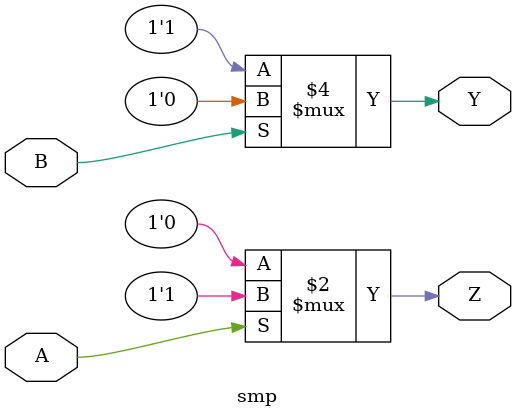
<source format=v>
`define macro1 1
`define macro2 `macro1
module smp(A,B,Y,Z);
input A,B;
output Y,Z;
assign Z = ( A == `macro1 ) ? 1'b1 : 1'b0;
assign Y = ( B == `macro2 ) ? 1'b0 : 1'b1;
endmodule


</source>
